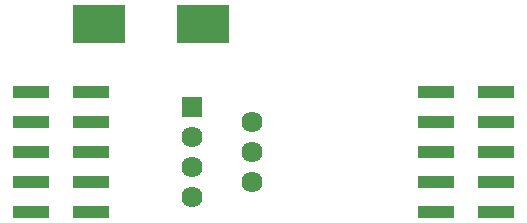
<source format=gbr>
%TF.GenerationSoftware,KiCad,Pcbnew,(5.1.10-1-10_14)*%
%TF.CreationDate,2021-10-31T04:10:36-04:00*%
%TF.ProjectId,Readout-DC-Board,52656164-6f75-4742-9d44-432d426f6172,rev?*%
%TF.SameCoordinates,Original*%
%TF.FileFunction,Soldermask,Bot*%
%TF.FilePolarity,Negative*%
%FSLAX46Y46*%
G04 Gerber Fmt 4.6, Leading zero omitted, Abs format (unit mm)*
G04 Created by KiCad (PCBNEW (5.1.10-1-10_14)) date 2021-10-31 04:10:36*
%MOMM*%
%LPD*%
G01*
G04 APERTURE LIST*
%ADD10R,3.150000X1.000000*%
%ADD11R,4.500000X3.300000*%
%ADD12C,1.790000*%
%ADD13R,1.790000X1.790000*%
G04 APERTURE END LIST*
D10*
%TO.C,J1*%
X85710000Y-106680000D03*
X80660000Y-106680000D03*
X85710000Y-109220000D03*
X80660000Y-109220000D03*
X85710000Y-111760000D03*
X80660000Y-111760000D03*
X85710000Y-114300000D03*
X80660000Y-114300000D03*
X85710000Y-116840000D03*
X80660000Y-116840000D03*
%TD*%
D11*
%TO.C,D1*%
X95205000Y-100965000D03*
X86405000Y-100965000D03*
%TD*%
D10*
%TO.C,J2*%
X120000000Y-106680000D03*
X114950000Y-106680000D03*
X120000000Y-109220000D03*
X114950000Y-109220000D03*
X120000000Y-111760000D03*
X114950000Y-111760000D03*
X120000000Y-114300000D03*
X114950000Y-114300000D03*
X120000000Y-116840000D03*
X114950000Y-116840000D03*
%TD*%
D12*
%TO.C,U1*%
X94267500Y-115570000D03*
X99347500Y-114300000D03*
X94267500Y-113030000D03*
X99347500Y-111760000D03*
X94267500Y-110490000D03*
X99347500Y-109220000D03*
D13*
X94267500Y-107950000D03*
%TD*%
M02*

</source>
